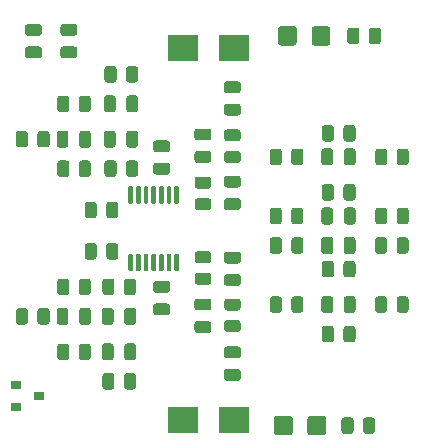
<source format=gbr>
%TF.GenerationSoftware,KiCad,Pcbnew,(5.1.9)-1*%
%TF.CreationDate,2021-10-14T16:08:06-04:00*%
%TF.ProjectId,ModularPreamp-ParallelInputs,4d6f6475-6c61-4725-9072-65616d702d50,rev?*%
%TF.SameCoordinates,Original*%
%TF.FileFunction,Paste,Top*%
%TF.FilePolarity,Positive*%
%FSLAX46Y46*%
G04 Gerber Fmt 4.6, Leading zero omitted, Abs format (unit mm)*
G04 Created by KiCad (PCBNEW (5.1.9)-1) date 2021-10-14 16:08:06*
%MOMM*%
%LPD*%
G01*
G04 APERTURE LIST*
%ADD10R,2.500000X2.300000*%
%ADD11R,0.900000X0.800000*%
G04 APERTURE END LIST*
%TO.C,R2*%
G36*
G01*
X135400000Y-111950002D02*
X135400000Y-111049998D01*
G75*
G02*
X135649998Y-110800000I249998J0D01*
G01*
X136175002Y-110800000D01*
G75*
G02*
X136425000Y-111049998I0J-249998D01*
G01*
X136425000Y-111950002D01*
G75*
G02*
X136175002Y-112200000I-249998J0D01*
G01*
X135649998Y-112200000D01*
G75*
G02*
X135400000Y-111950002I0J249998D01*
G01*
G37*
G36*
G01*
X133575000Y-111950002D02*
X133575000Y-111049998D01*
G75*
G02*
X133824998Y-110800000I249998J0D01*
G01*
X134350002Y-110800000D01*
G75*
G02*
X134600000Y-111049998I0J-249998D01*
G01*
X134600000Y-111950002D01*
G75*
G02*
X134350002Y-112200000I-249998J0D01*
G01*
X133824998Y-112200000D01*
G75*
G02*
X133575000Y-111950002I0J249998D01*
G01*
G37*
%TD*%
%TO.C,R1*%
G36*
G01*
X135900000Y-78950002D02*
X135900000Y-78049998D01*
G75*
G02*
X136149998Y-77800000I249998J0D01*
G01*
X136675002Y-77800000D01*
G75*
G02*
X136925000Y-78049998I0J-249998D01*
G01*
X136925000Y-78950002D01*
G75*
G02*
X136675002Y-79200000I-249998J0D01*
G01*
X136149998Y-79200000D01*
G75*
G02*
X135900000Y-78950002I0J249998D01*
G01*
G37*
G36*
G01*
X134075000Y-78950002D02*
X134075000Y-78049998D01*
G75*
G02*
X134324998Y-77800000I249998J0D01*
G01*
X134850002Y-77800000D01*
G75*
G02*
X135100000Y-78049998I0J-249998D01*
G01*
X135100000Y-78950002D01*
G75*
G02*
X134850002Y-79200000I-249998J0D01*
G01*
X134324998Y-79200000D01*
G75*
G02*
X134075000Y-78950002I0J249998D01*
G01*
G37*
%TD*%
%TO.C,D4*%
G36*
G01*
X130700000Y-112075000D02*
X130700000Y-110925000D01*
G75*
G02*
X130950000Y-110675000I250000J0D01*
G01*
X132050000Y-110675000D01*
G75*
G02*
X132300000Y-110925000I0J-250000D01*
G01*
X132300000Y-112075000D01*
G75*
G02*
X132050000Y-112325000I-250000J0D01*
G01*
X130950000Y-112325000D01*
G75*
G02*
X130700000Y-112075000I0J250000D01*
G01*
G37*
G36*
G01*
X127850000Y-112075000D02*
X127850000Y-110925000D01*
G75*
G02*
X128100000Y-110675000I250000J0D01*
G01*
X129200000Y-110675000D01*
G75*
G02*
X129450000Y-110925000I0J-250000D01*
G01*
X129450000Y-112075000D01*
G75*
G02*
X129200000Y-112325000I-250000J0D01*
G01*
X128100000Y-112325000D01*
G75*
G02*
X127850000Y-112075000I0J250000D01*
G01*
G37*
%TD*%
%TO.C,D3*%
G36*
G01*
X129800000Y-77925000D02*
X129800000Y-79075000D01*
G75*
G02*
X129550000Y-79325000I-250000J0D01*
G01*
X128450000Y-79325000D01*
G75*
G02*
X128200000Y-79075000I0J250000D01*
G01*
X128200000Y-77925000D01*
G75*
G02*
X128450000Y-77675000I250000J0D01*
G01*
X129550000Y-77675000D01*
G75*
G02*
X129800000Y-77925000I0J-250000D01*
G01*
G37*
G36*
G01*
X132650000Y-77925000D02*
X132650000Y-79075000D01*
G75*
G02*
X132400000Y-79325000I-250000J0D01*
G01*
X131300000Y-79325000D01*
G75*
G02*
X131050000Y-79075000I0J250000D01*
G01*
X131050000Y-77925000D01*
G75*
G02*
X131300000Y-77675000I250000J0D01*
G01*
X132400000Y-77675000D01*
G75*
G02*
X132650000Y-77925000I0J-250000D01*
G01*
G37*
%TD*%
D10*
%TO.C,D2*%
X124500000Y-111000000D03*
X120200000Y-111000000D03*
%TD*%
%TO.C,D1*%
X124500000Y-79500000D03*
X120200000Y-79500000D03*
%TD*%
%TO.C,C23*%
G36*
G01*
X110975000Y-78500000D02*
X110025000Y-78500000D01*
G75*
G02*
X109775000Y-78250000I0J250000D01*
G01*
X109775000Y-77750000D01*
G75*
G02*
X110025000Y-77500000I250000J0D01*
G01*
X110975000Y-77500000D01*
G75*
G02*
X111225000Y-77750000I0J-250000D01*
G01*
X111225000Y-78250000D01*
G75*
G02*
X110975000Y-78500000I-250000J0D01*
G01*
G37*
G36*
G01*
X110975000Y-80400000D02*
X110025000Y-80400000D01*
G75*
G02*
X109775000Y-80150000I0J250000D01*
G01*
X109775000Y-79650000D01*
G75*
G02*
X110025000Y-79400000I250000J0D01*
G01*
X110975000Y-79400000D01*
G75*
G02*
X111225000Y-79650000I0J-250000D01*
G01*
X111225000Y-80150000D01*
G75*
G02*
X110975000Y-80400000I-250000J0D01*
G01*
G37*
%TD*%
%TO.C,C22*%
G36*
G01*
X107975000Y-78500000D02*
X107025000Y-78500000D01*
G75*
G02*
X106775000Y-78250000I0J250000D01*
G01*
X106775000Y-77750000D01*
G75*
G02*
X107025000Y-77500000I250000J0D01*
G01*
X107975000Y-77500000D01*
G75*
G02*
X108225000Y-77750000I0J-250000D01*
G01*
X108225000Y-78250000D01*
G75*
G02*
X107975000Y-78500000I-250000J0D01*
G01*
G37*
G36*
G01*
X107975000Y-80400000D02*
X107025000Y-80400000D01*
G75*
G02*
X106775000Y-80150000I0J250000D01*
G01*
X106775000Y-79650000D01*
G75*
G02*
X107025000Y-79400000I250000J0D01*
G01*
X107975000Y-79400000D01*
G75*
G02*
X108225000Y-79650000I0J-250000D01*
G01*
X108225000Y-80150000D01*
G75*
G02*
X107975000Y-80400000I-250000J0D01*
G01*
G37*
%TD*%
D11*
%TO.C,D11*%
X108000000Y-109000000D03*
X106000000Y-109950000D03*
X106000000Y-108050000D03*
%TD*%
%TO.C,C8*%
G36*
G01*
X114292500Y-101775000D02*
X114292500Y-102725000D01*
G75*
G02*
X114042500Y-102975000I-250000J0D01*
G01*
X113542500Y-102975000D01*
G75*
G02*
X113292500Y-102725000I0J250000D01*
G01*
X113292500Y-101775000D01*
G75*
G02*
X113542500Y-101525000I250000J0D01*
G01*
X114042500Y-101525000D01*
G75*
G02*
X114292500Y-101775000I0J-250000D01*
G01*
G37*
G36*
G01*
X116192500Y-101775000D02*
X116192500Y-102725000D01*
G75*
G02*
X115942500Y-102975000I-250000J0D01*
G01*
X115442500Y-102975000D01*
G75*
G02*
X115192500Y-102725000I0J250000D01*
G01*
X115192500Y-101775000D01*
G75*
G02*
X115442500Y-101525000I250000J0D01*
G01*
X115942500Y-101525000D01*
G75*
G02*
X116192500Y-101775000I0J-250000D01*
G01*
G37*
%TD*%
%TO.C,C4*%
G36*
G01*
X123875000Y-92250000D02*
X124825000Y-92250000D01*
G75*
G02*
X125075000Y-92500000I0J-250000D01*
G01*
X125075000Y-93000000D01*
G75*
G02*
X124825000Y-93250000I-250000J0D01*
G01*
X123875000Y-93250000D01*
G75*
G02*
X123625000Y-93000000I0J250000D01*
G01*
X123625000Y-92500000D01*
G75*
G02*
X123875000Y-92250000I250000J0D01*
G01*
G37*
G36*
G01*
X123875000Y-90350000D02*
X124825000Y-90350000D01*
G75*
G02*
X125075000Y-90600000I0J-250000D01*
G01*
X125075000Y-91100000D01*
G75*
G02*
X124825000Y-91350000I-250000J0D01*
G01*
X123875000Y-91350000D01*
G75*
G02*
X123625000Y-91100000I0J250000D01*
G01*
X123625000Y-90600000D01*
G75*
G02*
X123875000Y-90350000I250000J0D01*
G01*
G37*
%TD*%
%TO.C,C20*%
G36*
G01*
X132875000Y-88275000D02*
X132875000Y-89225000D01*
G75*
G02*
X132625000Y-89475000I-250000J0D01*
G01*
X132125000Y-89475000D01*
G75*
G02*
X131875000Y-89225000I0J250000D01*
G01*
X131875000Y-88275000D01*
G75*
G02*
X132125000Y-88025000I250000J0D01*
G01*
X132625000Y-88025000D01*
G75*
G02*
X132875000Y-88275000I0J-250000D01*
G01*
G37*
G36*
G01*
X134775000Y-88275000D02*
X134775000Y-89225000D01*
G75*
G02*
X134525000Y-89475000I-250000J0D01*
G01*
X134025000Y-89475000D01*
G75*
G02*
X133775000Y-89225000I0J250000D01*
G01*
X133775000Y-88275000D01*
G75*
G02*
X134025000Y-88025000I250000J0D01*
G01*
X134525000Y-88025000D01*
G75*
G02*
X134775000Y-88275000I0J-250000D01*
G01*
G37*
%TD*%
%TO.C,C19*%
G36*
G01*
X132875000Y-100775000D02*
X132875000Y-101725000D01*
G75*
G02*
X132625000Y-101975000I-250000J0D01*
G01*
X132125000Y-101975000D01*
G75*
G02*
X131875000Y-101725000I0J250000D01*
G01*
X131875000Y-100775000D01*
G75*
G02*
X132125000Y-100525000I250000J0D01*
G01*
X132625000Y-100525000D01*
G75*
G02*
X132875000Y-100775000I0J-250000D01*
G01*
G37*
G36*
G01*
X134775000Y-100775000D02*
X134775000Y-101725000D01*
G75*
G02*
X134525000Y-101975000I-250000J0D01*
G01*
X134025000Y-101975000D01*
G75*
G02*
X133775000Y-101725000I0J250000D01*
G01*
X133775000Y-100775000D01*
G75*
G02*
X134025000Y-100525000I250000J0D01*
G01*
X134525000Y-100525000D01*
G75*
G02*
X134775000Y-100775000I0J-250000D01*
G01*
G37*
%TD*%
%TO.C,C18*%
G36*
G01*
X132875000Y-95775000D02*
X132875000Y-96725000D01*
G75*
G02*
X132625000Y-96975000I-250000J0D01*
G01*
X132125000Y-96975000D01*
G75*
G02*
X131875000Y-96725000I0J250000D01*
G01*
X131875000Y-95775000D01*
G75*
G02*
X132125000Y-95525000I250000J0D01*
G01*
X132625000Y-95525000D01*
G75*
G02*
X132875000Y-95775000I0J-250000D01*
G01*
G37*
G36*
G01*
X134775000Y-95775000D02*
X134775000Y-96725000D01*
G75*
G02*
X134525000Y-96975000I-250000J0D01*
G01*
X134025000Y-96975000D01*
G75*
G02*
X133775000Y-96725000I0J250000D01*
G01*
X133775000Y-95775000D01*
G75*
G02*
X134025000Y-95525000I250000J0D01*
G01*
X134525000Y-95525000D01*
G75*
G02*
X134775000Y-95775000I0J-250000D01*
G01*
G37*
%TD*%
%TO.C,C17*%
G36*
G01*
X132875000Y-93275000D02*
X132875000Y-94225000D01*
G75*
G02*
X132625000Y-94475000I-250000J0D01*
G01*
X132125000Y-94475000D01*
G75*
G02*
X131875000Y-94225000I0J250000D01*
G01*
X131875000Y-93275000D01*
G75*
G02*
X132125000Y-93025000I250000J0D01*
G01*
X132625000Y-93025000D01*
G75*
G02*
X132875000Y-93275000I0J-250000D01*
G01*
G37*
G36*
G01*
X134775000Y-93275000D02*
X134775000Y-94225000D01*
G75*
G02*
X134525000Y-94475000I-250000J0D01*
G01*
X134025000Y-94475000D01*
G75*
G02*
X133775000Y-94225000I0J250000D01*
G01*
X133775000Y-93275000D01*
G75*
G02*
X134025000Y-93025000I250000J0D01*
G01*
X134525000Y-93025000D01*
G75*
G02*
X134775000Y-93275000I0J-250000D01*
G01*
G37*
%TD*%
%TO.C,C16*%
G36*
G01*
X118825000Y-100250000D02*
X117875000Y-100250000D01*
G75*
G02*
X117625000Y-100000000I0J250000D01*
G01*
X117625000Y-99500000D01*
G75*
G02*
X117875000Y-99250000I250000J0D01*
G01*
X118825000Y-99250000D01*
G75*
G02*
X119075000Y-99500000I0J-250000D01*
G01*
X119075000Y-100000000D01*
G75*
G02*
X118825000Y-100250000I-250000J0D01*
G01*
G37*
G36*
G01*
X118825000Y-102150000D02*
X117875000Y-102150000D01*
G75*
G02*
X117625000Y-101900000I0J250000D01*
G01*
X117625000Y-101400000D01*
G75*
G02*
X117875000Y-101150000I250000J0D01*
G01*
X118825000Y-101150000D01*
G75*
G02*
X119075000Y-101400000I0J-250000D01*
G01*
X119075000Y-101900000D01*
G75*
G02*
X118825000Y-102150000I-250000J0D01*
G01*
G37*
%TD*%
%TO.C,C15*%
G36*
G01*
X117875000Y-89250000D02*
X118825000Y-89250000D01*
G75*
G02*
X119075000Y-89500000I0J-250000D01*
G01*
X119075000Y-90000000D01*
G75*
G02*
X118825000Y-90250000I-250000J0D01*
G01*
X117875000Y-90250000D01*
G75*
G02*
X117625000Y-90000000I0J250000D01*
G01*
X117625000Y-89500000D01*
G75*
G02*
X117875000Y-89250000I250000J0D01*
G01*
G37*
G36*
G01*
X117875000Y-87350000D02*
X118825000Y-87350000D01*
G75*
G02*
X119075000Y-87600000I0J-250000D01*
G01*
X119075000Y-88100000D01*
G75*
G02*
X118825000Y-88350000I-250000J0D01*
G01*
X117875000Y-88350000D01*
G75*
G02*
X117625000Y-88100000I0J250000D01*
G01*
X117625000Y-87600000D01*
G75*
G02*
X117875000Y-87350000I250000J0D01*
G01*
G37*
%TD*%
%TO.C,C14*%
G36*
G01*
X122325000Y-101750000D02*
X121375000Y-101750000D01*
G75*
G02*
X121125000Y-101500000I0J250000D01*
G01*
X121125000Y-101000000D01*
G75*
G02*
X121375000Y-100750000I250000J0D01*
G01*
X122325000Y-100750000D01*
G75*
G02*
X122575000Y-101000000I0J-250000D01*
G01*
X122575000Y-101500000D01*
G75*
G02*
X122325000Y-101750000I-250000J0D01*
G01*
G37*
G36*
G01*
X122325000Y-103650000D02*
X121375000Y-103650000D01*
G75*
G02*
X121125000Y-103400000I0J250000D01*
G01*
X121125000Y-102900000D01*
G75*
G02*
X121375000Y-102650000I250000J0D01*
G01*
X122325000Y-102650000D01*
G75*
G02*
X122575000Y-102900000I0J-250000D01*
G01*
X122575000Y-103400000D01*
G75*
G02*
X122325000Y-103650000I-250000J0D01*
G01*
G37*
%TD*%
%TO.C,C13*%
G36*
G01*
X121375000Y-88250000D02*
X122325000Y-88250000D01*
G75*
G02*
X122575000Y-88500000I0J-250000D01*
G01*
X122575000Y-89000000D01*
G75*
G02*
X122325000Y-89250000I-250000J0D01*
G01*
X121375000Y-89250000D01*
G75*
G02*
X121125000Y-89000000I0J250000D01*
G01*
X121125000Y-88500000D01*
G75*
G02*
X121375000Y-88250000I250000J0D01*
G01*
G37*
G36*
G01*
X121375000Y-86350000D02*
X122325000Y-86350000D01*
G75*
G02*
X122575000Y-86600000I0J-250000D01*
G01*
X122575000Y-87100000D01*
G75*
G02*
X122325000Y-87350000I-250000J0D01*
G01*
X121375000Y-87350000D01*
G75*
G02*
X121125000Y-87100000I0J250000D01*
G01*
X121125000Y-86600000D01*
G75*
G02*
X121375000Y-86350000I250000J0D01*
G01*
G37*
%TD*%
%TO.C,C12*%
G36*
G01*
X124825000Y-105800000D02*
X123875000Y-105800000D01*
G75*
G02*
X123625000Y-105550000I0J250000D01*
G01*
X123625000Y-105050000D01*
G75*
G02*
X123875000Y-104800000I250000J0D01*
G01*
X124825000Y-104800000D01*
G75*
G02*
X125075000Y-105050000I0J-250000D01*
G01*
X125075000Y-105550000D01*
G75*
G02*
X124825000Y-105800000I-250000J0D01*
G01*
G37*
G36*
G01*
X124825000Y-107700000D02*
X123875000Y-107700000D01*
G75*
G02*
X123625000Y-107450000I0J250000D01*
G01*
X123625000Y-106950000D01*
G75*
G02*
X123875000Y-106700000I250000J0D01*
G01*
X124825000Y-106700000D01*
G75*
G02*
X125075000Y-106950000I0J-250000D01*
G01*
X125075000Y-107450000D01*
G75*
G02*
X124825000Y-107700000I-250000J0D01*
G01*
G37*
%TD*%
%TO.C,C11*%
G36*
G01*
X123875000Y-84250000D02*
X124825000Y-84250000D01*
G75*
G02*
X125075000Y-84500000I0J-250000D01*
G01*
X125075000Y-85000000D01*
G75*
G02*
X124825000Y-85250000I-250000J0D01*
G01*
X123875000Y-85250000D01*
G75*
G02*
X123625000Y-85000000I0J250000D01*
G01*
X123625000Y-84500000D01*
G75*
G02*
X123875000Y-84250000I250000J0D01*
G01*
G37*
G36*
G01*
X123875000Y-82350000D02*
X124825000Y-82350000D01*
G75*
G02*
X125075000Y-82600000I0J-250000D01*
G01*
X125075000Y-83100000D01*
G75*
G02*
X124825000Y-83350000I-250000J0D01*
G01*
X123875000Y-83350000D01*
G75*
G02*
X123625000Y-83100000I0J250000D01*
G01*
X123625000Y-82600000D01*
G75*
G02*
X123875000Y-82350000I250000J0D01*
G01*
G37*
%TD*%
%TO.C,C10*%
G36*
G01*
X114467500Y-86775000D02*
X114467500Y-87725000D01*
G75*
G02*
X114217500Y-87975000I-250000J0D01*
G01*
X113717500Y-87975000D01*
G75*
G02*
X113467500Y-87725000I0J250000D01*
G01*
X113467500Y-86775000D01*
G75*
G02*
X113717500Y-86525000I250000J0D01*
G01*
X114217500Y-86525000D01*
G75*
G02*
X114467500Y-86775000I0J-250000D01*
G01*
G37*
G36*
G01*
X116367500Y-86775000D02*
X116367500Y-87725000D01*
G75*
G02*
X116117500Y-87975000I-250000J0D01*
G01*
X115617500Y-87975000D01*
G75*
G02*
X115367500Y-87725000I0J250000D01*
G01*
X115367500Y-86775000D01*
G75*
G02*
X115617500Y-86525000I250000J0D01*
G01*
X116117500Y-86525000D01*
G75*
G02*
X116367500Y-86775000I0J-250000D01*
G01*
G37*
%TD*%
%TO.C,C9*%
G36*
G01*
X110467500Y-86775000D02*
X110467500Y-87725000D01*
G75*
G02*
X110217500Y-87975000I-250000J0D01*
G01*
X109717500Y-87975000D01*
G75*
G02*
X109467500Y-87725000I0J250000D01*
G01*
X109467500Y-86775000D01*
G75*
G02*
X109717500Y-86525000I250000J0D01*
G01*
X110217500Y-86525000D01*
G75*
G02*
X110467500Y-86775000I0J-250000D01*
G01*
G37*
G36*
G01*
X112367500Y-86775000D02*
X112367500Y-87725000D01*
G75*
G02*
X112117500Y-87975000I-250000J0D01*
G01*
X111617500Y-87975000D01*
G75*
G02*
X111367500Y-87725000I0J250000D01*
G01*
X111367500Y-86775000D01*
G75*
G02*
X111617500Y-86525000I250000J0D01*
G01*
X112117500Y-86525000D01*
G75*
G02*
X112367500Y-86775000I0J-250000D01*
G01*
G37*
%TD*%
%TO.C,C7*%
G36*
G01*
X110467500Y-101775000D02*
X110467500Y-102725000D01*
G75*
G02*
X110217500Y-102975000I-250000J0D01*
G01*
X109717500Y-102975000D01*
G75*
G02*
X109467500Y-102725000I0J250000D01*
G01*
X109467500Y-101775000D01*
G75*
G02*
X109717500Y-101525000I250000J0D01*
G01*
X110217500Y-101525000D01*
G75*
G02*
X110467500Y-101775000I0J-250000D01*
G01*
G37*
G36*
G01*
X112367500Y-101775000D02*
X112367500Y-102725000D01*
G75*
G02*
X112117500Y-102975000I-250000J0D01*
G01*
X111617500Y-102975000D01*
G75*
G02*
X111367500Y-102725000I0J250000D01*
G01*
X111367500Y-101775000D01*
G75*
G02*
X111617500Y-101525000I250000J0D01*
G01*
X112117500Y-101525000D01*
G75*
G02*
X112367500Y-101775000I0J-250000D01*
G01*
G37*
%TD*%
%TO.C,C6*%
G36*
G01*
X124825000Y-97775000D02*
X123875000Y-97775000D01*
G75*
G02*
X123625000Y-97525000I0J250000D01*
G01*
X123625000Y-97025000D01*
G75*
G02*
X123875000Y-96775000I250000J0D01*
G01*
X124825000Y-96775000D01*
G75*
G02*
X125075000Y-97025000I0J-250000D01*
G01*
X125075000Y-97525000D01*
G75*
G02*
X124825000Y-97775000I-250000J0D01*
G01*
G37*
G36*
G01*
X124825000Y-99675000D02*
X123875000Y-99675000D01*
G75*
G02*
X123625000Y-99425000I0J250000D01*
G01*
X123625000Y-98925000D01*
G75*
G02*
X123875000Y-98675000I250000J0D01*
G01*
X124825000Y-98675000D01*
G75*
G02*
X125075000Y-98925000I0J-250000D01*
G01*
X125075000Y-99425000D01*
G75*
G02*
X124825000Y-99675000I-250000J0D01*
G01*
G37*
%TD*%
%TO.C,C5*%
G36*
G01*
X114292500Y-104775000D02*
X114292500Y-105725000D01*
G75*
G02*
X114042500Y-105975000I-250000J0D01*
G01*
X113542500Y-105975000D01*
G75*
G02*
X113292500Y-105725000I0J250000D01*
G01*
X113292500Y-104775000D01*
G75*
G02*
X113542500Y-104525000I250000J0D01*
G01*
X114042500Y-104525000D01*
G75*
G02*
X114292500Y-104775000I0J-250000D01*
G01*
G37*
G36*
G01*
X116192500Y-104775000D02*
X116192500Y-105725000D01*
G75*
G02*
X115942500Y-105975000I-250000J0D01*
G01*
X115442500Y-105975000D01*
G75*
G02*
X115192500Y-105725000I0J250000D01*
G01*
X115192500Y-104775000D01*
G75*
G02*
X115442500Y-104525000I250000J0D01*
G01*
X115942500Y-104525000D01*
G75*
G02*
X116192500Y-104775000I0J-250000D01*
G01*
G37*
%TD*%
%TO.C,C3*%
G36*
G01*
X114467500Y-83775000D02*
X114467500Y-84725000D01*
G75*
G02*
X114217500Y-84975000I-250000J0D01*
G01*
X113717500Y-84975000D01*
G75*
G02*
X113467500Y-84725000I0J250000D01*
G01*
X113467500Y-83775000D01*
G75*
G02*
X113717500Y-83525000I250000J0D01*
G01*
X114217500Y-83525000D01*
G75*
G02*
X114467500Y-83775000I0J-250000D01*
G01*
G37*
G36*
G01*
X116367500Y-83775000D02*
X116367500Y-84725000D01*
G75*
G02*
X116117500Y-84975000I-250000J0D01*
G01*
X115617500Y-84975000D01*
G75*
G02*
X115367500Y-84725000I0J250000D01*
G01*
X115367500Y-83775000D01*
G75*
G02*
X115617500Y-83525000I250000J0D01*
G01*
X116117500Y-83525000D01*
G75*
G02*
X116367500Y-83775000I0J-250000D01*
G01*
G37*
%TD*%
%TO.C,R32*%
G36*
G01*
X137450000Y-88299998D02*
X137450000Y-89200002D01*
G75*
G02*
X137200002Y-89450000I-249998J0D01*
G01*
X136674998Y-89450000D01*
G75*
G02*
X136425000Y-89200002I0J249998D01*
G01*
X136425000Y-88299998D01*
G75*
G02*
X136674998Y-88050000I249998J0D01*
G01*
X137200002Y-88050000D01*
G75*
G02*
X137450000Y-88299998I0J-249998D01*
G01*
G37*
G36*
G01*
X139275000Y-88299998D02*
X139275000Y-89200002D01*
G75*
G02*
X139025002Y-89450000I-249998J0D01*
G01*
X138499998Y-89450000D01*
G75*
G02*
X138250000Y-89200002I0J249998D01*
G01*
X138250000Y-88299998D01*
G75*
G02*
X138499998Y-88050000I249998J0D01*
G01*
X139025002Y-88050000D01*
G75*
G02*
X139275000Y-88299998I0J-249998D01*
G01*
G37*
%TD*%
%TO.C,R31*%
G36*
G01*
X133745000Y-87200002D02*
X133745000Y-86299998D01*
G75*
G02*
X133994998Y-86050000I249998J0D01*
G01*
X134520002Y-86050000D01*
G75*
G02*
X134770000Y-86299998I0J-249998D01*
G01*
X134770000Y-87200002D01*
G75*
G02*
X134520002Y-87450000I-249998J0D01*
G01*
X133994998Y-87450000D01*
G75*
G02*
X133745000Y-87200002I0J249998D01*
G01*
G37*
G36*
G01*
X131920000Y-87200002D02*
X131920000Y-86299998D01*
G75*
G02*
X132169998Y-86050000I249998J0D01*
G01*
X132695002Y-86050000D01*
G75*
G02*
X132945000Y-86299998I0J-249998D01*
G01*
X132945000Y-87200002D01*
G75*
G02*
X132695002Y-87450000I-249998J0D01*
G01*
X132169998Y-87450000D01*
G75*
G02*
X131920000Y-87200002I0J249998D01*
G01*
G37*
%TD*%
%TO.C,R30*%
G36*
G01*
X128537500Y-88299998D02*
X128537500Y-89200002D01*
G75*
G02*
X128287502Y-89450000I-249998J0D01*
G01*
X127762498Y-89450000D01*
G75*
G02*
X127512500Y-89200002I0J249998D01*
G01*
X127512500Y-88299998D01*
G75*
G02*
X127762498Y-88050000I249998J0D01*
G01*
X128287502Y-88050000D01*
G75*
G02*
X128537500Y-88299998I0J-249998D01*
G01*
G37*
G36*
G01*
X130362500Y-88299998D02*
X130362500Y-89200002D01*
G75*
G02*
X130112502Y-89450000I-249998J0D01*
G01*
X129587498Y-89450000D01*
G75*
G02*
X129337500Y-89200002I0J249998D01*
G01*
X129337500Y-88299998D01*
G75*
G02*
X129587498Y-88050000I249998J0D01*
G01*
X130112502Y-88050000D01*
G75*
G02*
X130362500Y-88299998I0J-249998D01*
G01*
G37*
%TD*%
%TO.C,R29*%
G36*
G01*
X137450000Y-100799998D02*
X137450000Y-101700002D01*
G75*
G02*
X137200002Y-101950000I-249998J0D01*
G01*
X136674998Y-101950000D01*
G75*
G02*
X136425000Y-101700002I0J249998D01*
G01*
X136425000Y-100799998D01*
G75*
G02*
X136674998Y-100550000I249998J0D01*
G01*
X137200002Y-100550000D01*
G75*
G02*
X137450000Y-100799998I0J-249998D01*
G01*
G37*
G36*
G01*
X139275000Y-100799998D02*
X139275000Y-101700002D01*
G75*
G02*
X139025002Y-101950000I-249998J0D01*
G01*
X138499998Y-101950000D01*
G75*
G02*
X138250000Y-101700002I0J249998D01*
G01*
X138250000Y-100799998D01*
G75*
G02*
X138499998Y-100550000I249998J0D01*
G01*
X139025002Y-100550000D01*
G75*
G02*
X139275000Y-100799998I0J-249998D01*
G01*
G37*
%TD*%
%TO.C,R28*%
G36*
G01*
X133745000Y-104200002D02*
X133745000Y-103299998D01*
G75*
G02*
X133994998Y-103050000I249998J0D01*
G01*
X134520002Y-103050000D01*
G75*
G02*
X134770000Y-103299998I0J-249998D01*
G01*
X134770000Y-104200002D01*
G75*
G02*
X134520002Y-104450000I-249998J0D01*
G01*
X133994998Y-104450000D01*
G75*
G02*
X133745000Y-104200002I0J249998D01*
G01*
G37*
G36*
G01*
X131920000Y-104200002D02*
X131920000Y-103299998D01*
G75*
G02*
X132169998Y-103050000I249998J0D01*
G01*
X132695002Y-103050000D01*
G75*
G02*
X132945000Y-103299998I0J-249998D01*
G01*
X132945000Y-104200002D01*
G75*
G02*
X132695002Y-104450000I-249998J0D01*
G01*
X132169998Y-104450000D01*
G75*
G02*
X131920000Y-104200002I0J249998D01*
G01*
G37*
%TD*%
%TO.C,R27*%
G36*
G01*
X128537500Y-100799998D02*
X128537500Y-101700002D01*
G75*
G02*
X128287502Y-101950000I-249998J0D01*
G01*
X127762498Y-101950000D01*
G75*
G02*
X127512500Y-101700002I0J249998D01*
G01*
X127512500Y-100799998D01*
G75*
G02*
X127762498Y-100550000I249998J0D01*
G01*
X128287502Y-100550000D01*
G75*
G02*
X128537500Y-100799998I0J-249998D01*
G01*
G37*
G36*
G01*
X130362500Y-100799998D02*
X130362500Y-101700002D01*
G75*
G02*
X130112502Y-101950000I-249998J0D01*
G01*
X129587498Y-101950000D01*
G75*
G02*
X129337500Y-101700002I0J249998D01*
G01*
X129337500Y-100799998D01*
G75*
G02*
X129587498Y-100550000I249998J0D01*
G01*
X130112502Y-100550000D01*
G75*
G02*
X130362500Y-100799998I0J-249998D01*
G01*
G37*
%TD*%
%TO.C,R26*%
G36*
G01*
X137450000Y-95799998D02*
X137450000Y-96700002D01*
G75*
G02*
X137200002Y-96950000I-249998J0D01*
G01*
X136674998Y-96950000D01*
G75*
G02*
X136425000Y-96700002I0J249998D01*
G01*
X136425000Y-95799998D01*
G75*
G02*
X136674998Y-95550000I249998J0D01*
G01*
X137200002Y-95550000D01*
G75*
G02*
X137450000Y-95799998I0J-249998D01*
G01*
G37*
G36*
G01*
X139275000Y-95799998D02*
X139275000Y-96700002D01*
G75*
G02*
X139025002Y-96950000I-249998J0D01*
G01*
X138499998Y-96950000D01*
G75*
G02*
X138250000Y-96700002I0J249998D01*
G01*
X138250000Y-95799998D01*
G75*
G02*
X138499998Y-95550000I249998J0D01*
G01*
X139025002Y-95550000D01*
G75*
G02*
X139275000Y-95799998I0J-249998D01*
G01*
G37*
%TD*%
%TO.C,R25*%
G36*
G01*
X133745000Y-98700002D02*
X133745000Y-97799998D01*
G75*
G02*
X133994998Y-97550000I249998J0D01*
G01*
X134520002Y-97550000D01*
G75*
G02*
X134770000Y-97799998I0J-249998D01*
G01*
X134770000Y-98700002D01*
G75*
G02*
X134520002Y-98950000I-249998J0D01*
G01*
X133994998Y-98950000D01*
G75*
G02*
X133745000Y-98700002I0J249998D01*
G01*
G37*
G36*
G01*
X131920000Y-98700002D02*
X131920000Y-97799998D01*
G75*
G02*
X132169998Y-97550000I249998J0D01*
G01*
X132695002Y-97550000D01*
G75*
G02*
X132945000Y-97799998I0J-249998D01*
G01*
X132945000Y-98700002D01*
G75*
G02*
X132695002Y-98950000I-249998J0D01*
G01*
X132169998Y-98950000D01*
G75*
G02*
X131920000Y-98700002I0J249998D01*
G01*
G37*
%TD*%
%TO.C,R24*%
G36*
G01*
X128537500Y-95799998D02*
X128537500Y-96700002D01*
G75*
G02*
X128287502Y-96950000I-249998J0D01*
G01*
X127762498Y-96950000D01*
G75*
G02*
X127512500Y-96700002I0J249998D01*
G01*
X127512500Y-95799998D01*
G75*
G02*
X127762498Y-95550000I249998J0D01*
G01*
X128287502Y-95550000D01*
G75*
G02*
X128537500Y-95799998I0J-249998D01*
G01*
G37*
G36*
G01*
X130362500Y-95799998D02*
X130362500Y-96700002D01*
G75*
G02*
X130112502Y-96950000I-249998J0D01*
G01*
X129587498Y-96950000D01*
G75*
G02*
X129337500Y-96700002I0J249998D01*
G01*
X129337500Y-95799998D01*
G75*
G02*
X129587498Y-95550000I249998J0D01*
G01*
X130112502Y-95550000D01*
G75*
G02*
X130362500Y-95799998I0J-249998D01*
G01*
G37*
%TD*%
%TO.C,R23*%
G36*
G01*
X137450000Y-93299998D02*
X137450000Y-94200002D01*
G75*
G02*
X137200002Y-94450000I-249998J0D01*
G01*
X136674998Y-94450000D01*
G75*
G02*
X136425000Y-94200002I0J249998D01*
G01*
X136425000Y-93299998D01*
G75*
G02*
X136674998Y-93050000I249998J0D01*
G01*
X137200002Y-93050000D01*
G75*
G02*
X137450000Y-93299998I0J-249998D01*
G01*
G37*
G36*
G01*
X139275000Y-93299998D02*
X139275000Y-94200002D01*
G75*
G02*
X139025002Y-94450000I-249998J0D01*
G01*
X138499998Y-94450000D01*
G75*
G02*
X138250000Y-94200002I0J249998D01*
G01*
X138250000Y-93299998D01*
G75*
G02*
X138499998Y-93050000I249998J0D01*
G01*
X139025002Y-93050000D01*
G75*
G02*
X139275000Y-93299998I0J-249998D01*
G01*
G37*
%TD*%
%TO.C,R22*%
G36*
G01*
X133745000Y-92200002D02*
X133745000Y-91299998D01*
G75*
G02*
X133994998Y-91050000I249998J0D01*
G01*
X134520002Y-91050000D01*
G75*
G02*
X134770000Y-91299998I0J-249998D01*
G01*
X134770000Y-92200002D01*
G75*
G02*
X134520002Y-92450000I-249998J0D01*
G01*
X133994998Y-92450000D01*
G75*
G02*
X133745000Y-92200002I0J249998D01*
G01*
G37*
G36*
G01*
X131920000Y-92200002D02*
X131920000Y-91299998D01*
G75*
G02*
X132169998Y-91050000I249998J0D01*
G01*
X132695002Y-91050000D01*
G75*
G02*
X132945000Y-91299998I0J-249998D01*
G01*
X132945000Y-92200002D01*
G75*
G02*
X132695002Y-92450000I-249998J0D01*
G01*
X132169998Y-92450000D01*
G75*
G02*
X131920000Y-92200002I0J249998D01*
G01*
G37*
%TD*%
%TO.C,R21*%
G36*
G01*
X128537500Y-93299998D02*
X128537500Y-94200002D01*
G75*
G02*
X128287502Y-94450000I-249998J0D01*
G01*
X127762498Y-94450000D01*
G75*
G02*
X127512500Y-94200002I0J249998D01*
G01*
X127512500Y-93299998D01*
G75*
G02*
X127762498Y-93050000I249998J0D01*
G01*
X128287502Y-93050000D01*
G75*
G02*
X128537500Y-93299998I0J-249998D01*
G01*
G37*
G36*
G01*
X130362500Y-93299998D02*
X130362500Y-94200002D01*
G75*
G02*
X130112502Y-94450000I-249998J0D01*
G01*
X129587498Y-94450000D01*
G75*
G02*
X129337500Y-94200002I0J249998D01*
G01*
X129337500Y-93299998D01*
G75*
G02*
X129587498Y-93050000I249998J0D01*
G01*
X130112502Y-93050000D01*
G75*
G02*
X130362500Y-93299998I0J-249998D01*
G01*
G37*
%TD*%
%TO.C,R19*%
G36*
G01*
X114537500Y-89299998D02*
X114537500Y-90200002D01*
G75*
G02*
X114287502Y-90450000I-249998J0D01*
G01*
X113762498Y-90450000D01*
G75*
G02*
X113512500Y-90200002I0J249998D01*
G01*
X113512500Y-89299998D01*
G75*
G02*
X113762498Y-89050000I249998J0D01*
G01*
X114287502Y-89050000D01*
G75*
G02*
X114537500Y-89299998I0J-249998D01*
G01*
G37*
G36*
G01*
X116362500Y-89299998D02*
X116362500Y-90200002D01*
G75*
G02*
X116112502Y-90450000I-249998J0D01*
G01*
X115587498Y-90450000D01*
G75*
G02*
X115337500Y-90200002I0J249998D01*
G01*
X115337500Y-89299998D01*
G75*
G02*
X115587498Y-89050000I249998J0D01*
G01*
X116112502Y-89050000D01*
G75*
G02*
X116362500Y-89299998I0J-249998D01*
G01*
G37*
%TD*%
%TO.C,R20*%
G36*
G01*
X113662500Y-93700002D02*
X113662500Y-92799998D01*
G75*
G02*
X113912498Y-92550000I249998J0D01*
G01*
X114437502Y-92550000D01*
G75*
G02*
X114687500Y-92799998I0J-249998D01*
G01*
X114687500Y-93700002D01*
G75*
G02*
X114437502Y-93950000I-249998J0D01*
G01*
X113912498Y-93950000D01*
G75*
G02*
X113662500Y-93700002I0J249998D01*
G01*
G37*
G36*
G01*
X111837500Y-93700002D02*
X111837500Y-92799998D01*
G75*
G02*
X112087498Y-92550000I249998J0D01*
G01*
X112612502Y-92550000D01*
G75*
G02*
X112862500Y-92799998I0J-249998D01*
G01*
X112862500Y-93700002D01*
G75*
G02*
X112612502Y-93950000I-249998J0D01*
G01*
X112087498Y-93950000D01*
G75*
G02*
X111837500Y-93700002I0J249998D01*
G01*
G37*
%TD*%
%TO.C,R18*%
G36*
G01*
X111337500Y-90200002D02*
X111337500Y-89299998D01*
G75*
G02*
X111587498Y-89050000I249998J0D01*
G01*
X112112502Y-89050000D01*
G75*
G02*
X112362500Y-89299998I0J-249998D01*
G01*
X112362500Y-90200002D01*
G75*
G02*
X112112502Y-90450000I-249998J0D01*
G01*
X111587498Y-90450000D01*
G75*
G02*
X111337500Y-90200002I0J249998D01*
G01*
G37*
G36*
G01*
X109512500Y-90200002D02*
X109512500Y-89299998D01*
G75*
G02*
X109762498Y-89050000I249998J0D01*
G01*
X110287502Y-89050000D01*
G75*
G02*
X110537500Y-89299998I0J-249998D01*
G01*
X110537500Y-90200002D01*
G75*
G02*
X110287502Y-90450000I-249998J0D01*
G01*
X109762498Y-90450000D01*
G75*
G02*
X109512500Y-90200002I0J249998D01*
G01*
G37*
%TD*%
%TO.C,R17*%
G36*
G01*
X107037500Y-86799998D02*
X107037500Y-87700002D01*
G75*
G02*
X106787502Y-87950000I-249998J0D01*
G01*
X106262498Y-87950000D01*
G75*
G02*
X106012500Y-87700002I0J249998D01*
G01*
X106012500Y-86799998D01*
G75*
G02*
X106262498Y-86550000I249998J0D01*
G01*
X106787502Y-86550000D01*
G75*
G02*
X107037500Y-86799998I0J-249998D01*
G01*
G37*
G36*
G01*
X108862500Y-86799998D02*
X108862500Y-87700002D01*
G75*
G02*
X108612502Y-87950000I-249998J0D01*
G01*
X108087498Y-87950000D01*
G75*
G02*
X107837500Y-87700002I0J249998D01*
G01*
X107837500Y-86799998D01*
G75*
G02*
X108087498Y-86550000I249998J0D01*
G01*
X108612502Y-86550000D01*
G75*
G02*
X108862500Y-86799998I0J-249998D01*
G01*
G37*
%TD*%
%TO.C,R16*%
G36*
G01*
X113662500Y-97200002D02*
X113662500Y-96299998D01*
G75*
G02*
X113912498Y-96050000I249998J0D01*
G01*
X114437502Y-96050000D01*
G75*
G02*
X114687500Y-96299998I0J-249998D01*
G01*
X114687500Y-97200002D01*
G75*
G02*
X114437502Y-97450000I-249998J0D01*
G01*
X113912498Y-97450000D01*
G75*
G02*
X113662500Y-97200002I0J249998D01*
G01*
G37*
G36*
G01*
X111837500Y-97200002D02*
X111837500Y-96299998D01*
G75*
G02*
X112087498Y-96050000I249998J0D01*
G01*
X112612502Y-96050000D01*
G75*
G02*
X112862500Y-96299998I0J-249998D01*
G01*
X112862500Y-97200002D01*
G75*
G02*
X112612502Y-97450000I-249998J0D01*
G01*
X112087498Y-97450000D01*
G75*
G02*
X111837500Y-97200002I0J249998D01*
G01*
G37*
%TD*%
%TO.C,R15*%
G36*
G01*
X114362500Y-99299998D02*
X114362500Y-100200002D01*
G75*
G02*
X114112502Y-100450000I-249998J0D01*
G01*
X113587498Y-100450000D01*
G75*
G02*
X113337500Y-100200002I0J249998D01*
G01*
X113337500Y-99299998D01*
G75*
G02*
X113587498Y-99050000I249998J0D01*
G01*
X114112502Y-99050000D01*
G75*
G02*
X114362500Y-99299998I0J-249998D01*
G01*
G37*
G36*
G01*
X116187500Y-99299998D02*
X116187500Y-100200002D01*
G75*
G02*
X115937502Y-100450000I-249998J0D01*
G01*
X115412498Y-100450000D01*
G75*
G02*
X115162500Y-100200002I0J249998D01*
G01*
X115162500Y-99299998D01*
G75*
G02*
X115412498Y-99050000I249998J0D01*
G01*
X115937502Y-99050000D01*
G75*
G02*
X116187500Y-99299998I0J-249998D01*
G01*
G37*
%TD*%
%TO.C,R14*%
G36*
G01*
X111337500Y-100200002D02*
X111337500Y-99299998D01*
G75*
G02*
X111587498Y-99050000I249998J0D01*
G01*
X112112502Y-99050000D01*
G75*
G02*
X112362500Y-99299998I0J-249998D01*
G01*
X112362500Y-100200002D01*
G75*
G02*
X112112502Y-100450000I-249998J0D01*
G01*
X111587498Y-100450000D01*
G75*
G02*
X111337500Y-100200002I0J249998D01*
G01*
G37*
G36*
G01*
X109512500Y-100200002D02*
X109512500Y-99299998D01*
G75*
G02*
X109762498Y-99050000I249998J0D01*
G01*
X110287502Y-99050000D01*
G75*
G02*
X110537500Y-99299998I0J-249998D01*
G01*
X110537500Y-100200002D01*
G75*
G02*
X110287502Y-100450000I-249998J0D01*
G01*
X109762498Y-100450000D01*
G75*
G02*
X109512500Y-100200002I0J249998D01*
G01*
G37*
%TD*%
%TO.C,R13*%
G36*
G01*
X107037500Y-101799998D02*
X107037500Y-102700002D01*
G75*
G02*
X106787502Y-102950000I-249998J0D01*
G01*
X106262498Y-102950000D01*
G75*
G02*
X106012500Y-102700002I0J249998D01*
G01*
X106012500Y-101799998D01*
G75*
G02*
X106262498Y-101550000I249998J0D01*
G01*
X106787502Y-101550000D01*
G75*
G02*
X107037500Y-101799998I0J-249998D01*
G01*
G37*
G36*
G01*
X108862500Y-101799998D02*
X108862500Y-102700002D01*
G75*
G02*
X108612502Y-102950000I-249998J0D01*
G01*
X108087498Y-102950000D01*
G75*
G02*
X107837500Y-102700002I0J249998D01*
G01*
X107837500Y-101799998D01*
G75*
G02*
X108087498Y-101550000I249998J0D01*
G01*
X108612502Y-101550000D01*
G75*
G02*
X108862500Y-101799998I0J-249998D01*
G01*
G37*
%TD*%
%TO.C,R12*%
G36*
G01*
X124800002Y-101762500D02*
X123899998Y-101762500D01*
G75*
G02*
X123650000Y-101512502I0J249998D01*
G01*
X123650000Y-100987498D01*
G75*
G02*
X123899998Y-100737500I249998J0D01*
G01*
X124800002Y-100737500D01*
G75*
G02*
X125050000Y-100987498I0J-249998D01*
G01*
X125050000Y-101512502D01*
G75*
G02*
X124800002Y-101762500I-249998J0D01*
G01*
G37*
G36*
G01*
X124800002Y-103587500D02*
X123899998Y-103587500D01*
G75*
G02*
X123650000Y-103337502I0J249998D01*
G01*
X123650000Y-102812498D01*
G75*
G02*
X123899998Y-102562500I249998J0D01*
G01*
X124800002Y-102562500D01*
G75*
G02*
X125050000Y-102812498I0J-249998D01*
G01*
X125050000Y-103337502D01*
G75*
G02*
X124800002Y-103587500I-249998J0D01*
G01*
G37*
%TD*%
%TO.C,R11*%
G36*
G01*
X122300002Y-97762500D02*
X121399998Y-97762500D01*
G75*
G02*
X121150000Y-97512502I0J249998D01*
G01*
X121150000Y-96987498D01*
G75*
G02*
X121399998Y-96737500I249998J0D01*
G01*
X122300002Y-96737500D01*
G75*
G02*
X122550000Y-96987498I0J-249998D01*
G01*
X122550000Y-97512502D01*
G75*
G02*
X122300002Y-97762500I-249998J0D01*
G01*
G37*
G36*
G01*
X122300002Y-99587500D02*
X121399998Y-99587500D01*
G75*
G02*
X121150000Y-99337502I0J249998D01*
G01*
X121150000Y-98812498D01*
G75*
G02*
X121399998Y-98562500I249998J0D01*
G01*
X122300002Y-98562500D01*
G75*
G02*
X122550000Y-98812498I0J-249998D01*
G01*
X122550000Y-99337502D01*
G75*
G02*
X122300002Y-99587500I-249998J0D01*
G01*
G37*
%TD*%
%TO.C,R10*%
G36*
G01*
X115162500Y-108200002D02*
X115162500Y-107299998D01*
G75*
G02*
X115412498Y-107050000I249998J0D01*
G01*
X115937502Y-107050000D01*
G75*
G02*
X116187500Y-107299998I0J-249998D01*
G01*
X116187500Y-108200002D01*
G75*
G02*
X115937502Y-108450000I-249998J0D01*
G01*
X115412498Y-108450000D01*
G75*
G02*
X115162500Y-108200002I0J249998D01*
G01*
G37*
G36*
G01*
X113337500Y-108200002D02*
X113337500Y-107299998D01*
G75*
G02*
X113587498Y-107050000I249998J0D01*
G01*
X114112502Y-107050000D01*
G75*
G02*
X114362500Y-107299998I0J-249998D01*
G01*
X114362500Y-108200002D01*
G75*
G02*
X114112502Y-108450000I-249998J0D01*
G01*
X113587498Y-108450000D01*
G75*
G02*
X113337500Y-108200002I0J249998D01*
G01*
G37*
%TD*%
%TO.C,R9*%
G36*
G01*
X110537500Y-104799998D02*
X110537500Y-105700002D01*
G75*
G02*
X110287502Y-105950000I-249998J0D01*
G01*
X109762498Y-105950000D01*
G75*
G02*
X109512500Y-105700002I0J249998D01*
G01*
X109512500Y-104799998D01*
G75*
G02*
X109762498Y-104550000I249998J0D01*
G01*
X110287502Y-104550000D01*
G75*
G02*
X110537500Y-104799998I0J-249998D01*
G01*
G37*
G36*
G01*
X112362500Y-104799998D02*
X112362500Y-105700002D01*
G75*
G02*
X112112502Y-105950000I-249998J0D01*
G01*
X111587498Y-105950000D01*
G75*
G02*
X111337500Y-105700002I0J249998D01*
G01*
X111337500Y-104799998D01*
G75*
G02*
X111587498Y-104550000I249998J0D01*
G01*
X112112502Y-104550000D01*
G75*
G02*
X112362500Y-104799998I0J-249998D01*
G01*
G37*
%TD*%
%TO.C,R8*%
G36*
G01*
X123899998Y-88237500D02*
X124800002Y-88237500D01*
G75*
G02*
X125050000Y-88487498I0J-249998D01*
G01*
X125050000Y-89012502D01*
G75*
G02*
X124800002Y-89262500I-249998J0D01*
G01*
X123899998Y-89262500D01*
G75*
G02*
X123650000Y-89012502I0J249998D01*
G01*
X123650000Y-88487498D01*
G75*
G02*
X123899998Y-88237500I249998J0D01*
G01*
G37*
G36*
G01*
X123899998Y-86412500D02*
X124800002Y-86412500D01*
G75*
G02*
X125050000Y-86662498I0J-249998D01*
G01*
X125050000Y-87187502D01*
G75*
G02*
X124800002Y-87437500I-249998J0D01*
G01*
X123899998Y-87437500D01*
G75*
G02*
X123650000Y-87187502I0J249998D01*
G01*
X123650000Y-86662498D01*
G75*
G02*
X123899998Y-86412500I249998J0D01*
G01*
G37*
%TD*%
%TO.C,R7*%
G36*
G01*
X121399998Y-92237500D02*
X122300002Y-92237500D01*
G75*
G02*
X122550000Y-92487498I0J-249998D01*
G01*
X122550000Y-93012502D01*
G75*
G02*
X122300002Y-93262500I-249998J0D01*
G01*
X121399998Y-93262500D01*
G75*
G02*
X121150000Y-93012502I0J249998D01*
G01*
X121150000Y-92487498D01*
G75*
G02*
X121399998Y-92237500I249998J0D01*
G01*
G37*
G36*
G01*
X121399998Y-90412500D02*
X122300002Y-90412500D01*
G75*
G02*
X122550000Y-90662498I0J-249998D01*
G01*
X122550000Y-91187502D01*
G75*
G02*
X122300002Y-91437500I-249998J0D01*
G01*
X121399998Y-91437500D01*
G75*
G02*
X121150000Y-91187502I0J249998D01*
G01*
X121150000Y-90662498D01*
G75*
G02*
X121399998Y-90412500I249998J0D01*
G01*
G37*
%TD*%
%TO.C,R6*%
G36*
G01*
X115337500Y-82200002D02*
X115337500Y-81299998D01*
G75*
G02*
X115587498Y-81050000I249998J0D01*
G01*
X116112502Y-81050000D01*
G75*
G02*
X116362500Y-81299998I0J-249998D01*
G01*
X116362500Y-82200002D01*
G75*
G02*
X116112502Y-82450000I-249998J0D01*
G01*
X115587498Y-82450000D01*
G75*
G02*
X115337500Y-82200002I0J249998D01*
G01*
G37*
G36*
G01*
X113512500Y-82200002D02*
X113512500Y-81299998D01*
G75*
G02*
X113762498Y-81050000I249998J0D01*
G01*
X114287502Y-81050000D01*
G75*
G02*
X114537500Y-81299998I0J-249998D01*
G01*
X114537500Y-82200002D01*
G75*
G02*
X114287502Y-82450000I-249998J0D01*
G01*
X113762498Y-82450000D01*
G75*
G02*
X113512500Y-82200002I0J249998D01*
G01*
G37*
%TD*%
%TO.C,R5*%
G36*
G01*
X110537500Y-83799998D02*
X110537500Y-84700002D01*
G75*
G02*
X110287502Y-84950000I-249998J0D01*
G01*
X109762498Y-84950000D01*
G75*
G02*
X109512500Y-84700002I0J249998D01*
G01*
X109512500Y-83799998D01*
G75*
G02*
X109762498Y-83550000I249998J0D01*
G01*
X110287502Y-83550000D01*
G75*
G02*
X110537500Y-83799998I0J-249998D01*
G01*
G37*
G36*
G01*
X112362500Y-83799998D02*
X112362500Y-84700002D01*
G75*
G02*
X112112502Y-84950000I-249998J0D01*
G01*
X111587498Y-84950000D01*
G75*
G02*
X111337500Y-84700002I0J249998D01*
G01*
X111337500Y-83799998D01*
G75*
G02*
X111587498Y-83550000I249998J0D01*
G01*
X112112502Y-83550000D01*
G75*
G02*
X112362500Y-83799998I0J-249998D01*
G01*
G37*
%TD*%
%TO.C,U1*%
G36*
G01*
X119530000Y-96955225D02*
X119730000Y-96955225D01*
G75*
G02*
X119830000Y-97055225I0J-100000D01*
G01*
X119830000Y-98330225D01*
G75*
G02*
X119730000Y-98430225I-100000J0D01*
G01*
X119530000Y-98430225D01*
G75*
G02*
X119430000Y-98330225I0J100000D01*
G01*
X119430000Y-97055225D01*
G75*
G02*
X119530000Y-96955225I100000J0D01*
G01*
G37*
G36*
G01*
X118880000Y-96955225D02*
X119080000Y-96955225D01*
G75*
G02*
X119180000Y-97055225I0J-100000D01*
G01*
X119180000Y-98330225D01*
G75*
G02*
X119080000Y-98430225I-100000J0D01*
G01*
X118880000Y-98430225D01*
G75*
G02*
X118780000Y-98330225I0J100000D01*
G01*
X118780000Y-97055225D01*
G75*
G02*
X118880000Y-96955225I100000J0D01*
G01*
G37*
G36*
G01*
X118230000Y-96955225D02*
X118430000Y-96955225D01*
G75*
G02*
X118530000Y-97055225I0J-100000D01*
G01*
X118530000Y-98330225D01*
G75*
G02*
X118430000Y-98430225I-100000J0D01*
G01*
X118230000Y-98430225D01*
G75*
G02*
X118130000Y-98330225I0J100000D01*
G01*
X118130000Y-97055225D01*
G75*
G02*
X118230000Y-96955225I100000J0D01*
G01*
G37*
G36*
G01*
X117580000Y-96955225D02*
X117780000Y-96955225D01*
G75*
G02*
X117880000Y-97055225I0J-100000D01*
G01*
X117880000Y-98330225D01*
G75*
G02*
X117780000Y-98430225I-100000J0D01*
G01*
X117580000Y-98430225D01*
G75*
G02*
X117480000Y-98330225I0J100000D01*
G01*
X117480000Y-97055225D01*
G75*
G02*
X117580000Y-96955225I100000J0D01*
G01*
G37*
G36*
G01*
X116930000Y-96955225D02*
X117130000Y-96955225D01*
G75*
G02*
X117230000Y-97055225I0J-100000D01*
G01*
X117230000Y-98330225D01*
G75*
G02*
X117130000Y-98430225I-100000J0D01*
G01*
X116930000Y-98430225D01*
G75*
G02*
X116830000Y-98330225I0J100000D01*
G01*
X116830000Y-97055225D01*
G75*
G02*
X116930000Y-96955225I100000J0D01*
G01*
G37*
G36*
G01*
X116280000Y-96955225D02*
X116480000Y-96955225D01*
G75*
G02*
X116580000Y-97055225I0J-100000D01*
G01*
X116580000Y-98330225D01*
G75*
G02*
X116480000Y-98430225I-100000J0D01*
G01*
X116280000Y-98430225D01*
G75*
G02*
X116180000Y-98330225I0J100000D01*
G01*
X116180000Y-97055225D01*
G75*
G02*
X116280000Y-96955225I100000J0D01*
G01*
G37*
G36*
G01*
X115630000Y-96955225D02*
X115830000Y-96955225D01*
G75*
G02*
X115930000Y-97055225I0J-100000D01*
G01*
X115930000Y-98330225D01*
G75*
G02*
X115830000Y-98430225I-100000J0D01*
G01*
X115630000Y-98430225D01*
G75*
G02*
X115530000Y-98330225I0J100000D01*
G01*
X115530000Y-97055225D01*
G75*
G02*
X115630000Y-96955225I100000J0D01*
G01*
G37*
G36*
G01*
X115630000Y-91230225D02*
X115830000Y-91230225D01*
G75*
G02*
X115930000Y-91330225I0J-100000D01*
G01*
X115930000Y-92605225D01*
G75*
G02*
X115830000Y-92705225I-100000J0D01*
G01*
X115630000Y-92705225D01*
G75*
G02*
X115530000Y-92605225I0J100000D01*
G01*
X115530000Y-91330225D01*
G75*
G02*
X115630000Y-91230225I100000J0D01*
G01*
G37*
G36*
G01*
X116280000Y-91230225D02*
X116480000Y-91230225D01*
G75*
G02*
X116580000Y-91330225I0J-100000D01*
G01*
X116580000Y-92605225D01*
G75*
G02*
X116480000Y-92705225I-100000J0D01*
G01*
X116280000Y-92705225D01*
G75*
G02*
X116180000Y-92605225I0J100000D01*
G01*
X116180000Y-91330225D01*
G75*
G02*
X116280000Y-91230225I100000J0D01*
G01*
G37*
G36*
G01*
X116930000Y-91230225D02*
X117130000Y-91230225D01*
G75*
G02*
X117230000Y-91330225I0J-100000D01*
G01*
X117230000Y-92605225D01*
G75*
G02*
X117130000Y-92705225I-100000J0D01*
G01*
X116930000Y-92705225D01*
G75*
G02*
X116830000Y-92605225I0J100000D01*
G01*
X116830000Y-91330225D01*
G75*
G02*
X116930000Y-91230225I100000J0D01*
G01*
G37*
G36*
G01*
X117580000Y-91230225D02*
X117780000Y-91230225D01*
G75*
G02*
X117880000Y-91330225I0J-100000D01*
G01*
X117880000Y-92605225D01*
G75*
G02*
X117780000Y-92705225I-100000J0D01*
G01*
X117580000Y-92705225D01*
G75*
G02*
X117480000Y-92605225I0J100000D01*
G01*
X117480000Y-91330225D01*
G75*
G02*
X117580000Y-91230225I100000J0D01*
G01*
G37*
G36*
G01*
X118230000Y-91230225D02*
X118430000Y-91230225D01*
G75*
G02*
X118530000Y-91330225I0J-100000D01*
G01*
X118530000Y-92605225D01*
G75*
G02*
X118430000Y-92705225I-100000J0D01*
G01*
X118230000Y-92705225D01*
G75*
G02*
X118130000Y-92605225I0J100000D01*
G01*
X118130000Y-91330225D01*
G75*
G02*
X118230000Y-91230225I100000J0D01*
G01*
G37*
G36*
G01*
X118880000Y-91230225D02*
X119080000Y-91230225D01*
G75*
G02*
X119180000Y-91330225I0J-100000D01*
G01*
X119180000Y-92605225D01*
G75*
G02*
X119080000Y-92705225I-100000J0D01*
G01*
X118880000Y-92705225D01*
G75*
G02*
X118780000Y-92605225I0J100000D01*
G01*
X118780000Y-91330225D01*
G75*
G02*
X118880000Y-91230225I100000J0D01*
G01*
G37*
G36*
G01*
X119530000Y-91230225D02*
X119730000Y-91230225D01*
G75*
G02*
X119830000Y-91330225I0J-100000D01*
G01*
X119830000Y-92605225D01*
G75*
G02*
X119730000Y-92705225I-100000J0D01*
G01*
X119530000Y-92705225D01*
G75*
G02*
X119430000Y-92605225I0J100000D01*
G01*
X119430000Y-91330225D01*
G75*
G02*
X119530000Y-91230225I100000J0D01*
G01*
G37*
%TD*%
M02*

</source>
